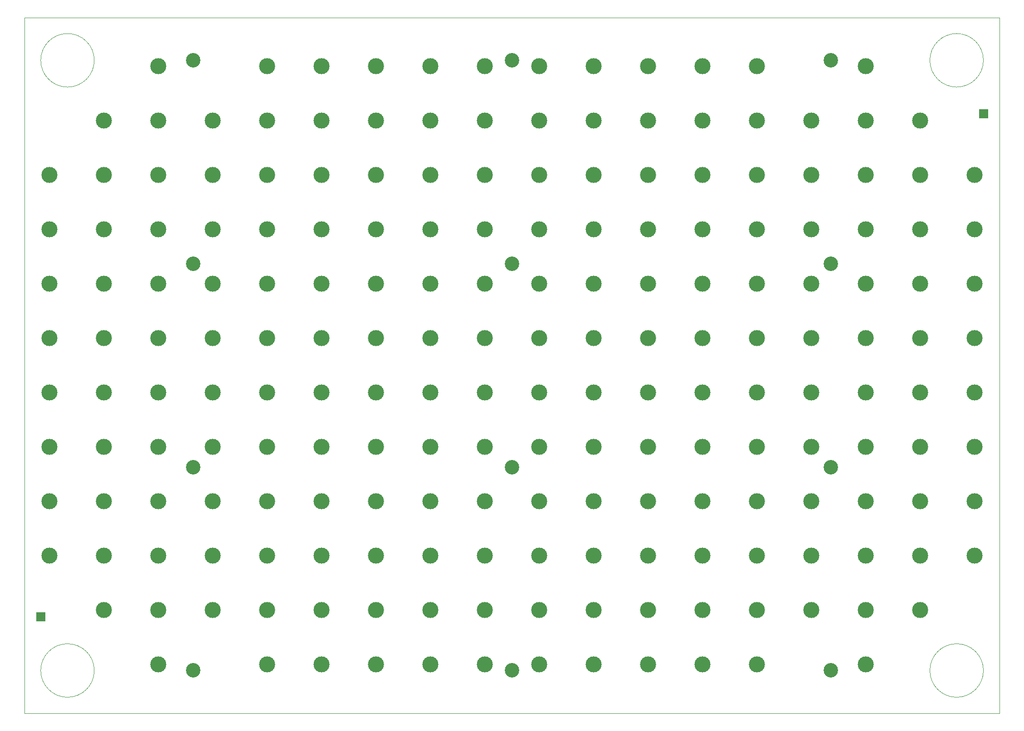
<source format=gbr>
%TF.GenerationSoftware,KiCad,Pcbnew,6.0.11-2627ca5db0~126~ubuntu20.04.1*%
%TF.CreationDate,2024-08-05T23:26:08-05:00*%
%TF.ProjectId,a00_hilbackplate,6130305f-6869-46c6-9261-636b706c6174,rev?*%
%TF.SameCoordinates,Original*%
%TF.FileFunction,Soldermask,Bot*%
%TF.FilePolarity,Negative*%
%FSLAX46Y46*%
G04 Gerber Fmt 4.6, Leading zero omitted, Abs format (unit mm)*
G04 Created by KiCad (PCBNEW 6.0.11-2627ca5db0~126~ubuntu20.04.1) date 2024-08-05 23:26:08*
%MOMM*%
%LPD*%
G01*
G04 APERTURE LIST*
%TA.AperFunction,Profile*%
%ADD10C,0.100000*%
%TD*%
%ADD11C,3.000000*%
%ADD12C,2.700000*%
%ADD13R,1.700000X1.700000*%
G04 APERTURE END LIST*
D10*
X20000000Y-20000000D02*
X20000000Y-150000000D01*
X199000000Y-28000000D02*
G75*
G03*
X199000000Y-28000000I-5000000J0D01*
G01*
X33000000Y-28000000D02*
G75*
G03*
X33000000Y-28000000I-5000000J0D01*
G01*
X202000000Y-20000000D02*
X202000000Y-150000000D01*
X199000000Y-142000000D02*
G75*
G03*
X199000000Y-142000000I-5000000J0D01*
G01*
X20000000Y-20000000D02*
X202000000Y-20000000D01*
X20000000Y-150000000D02*
X202000000Y-150000000D01*
X33000000Y-142000000D02*
G75*
G03*
X33000000Y-142000000I-5000000J0D01*
G01*
D11*
%TO.C,REF\u002A\u002A*%
X126240000Y-140880000D03*
%TD*%
%TO.C,REF\u002A\u002A*%
X85600000Y-130720000D03*
%TD*%
%TO.C,REF\u002A\u002A*%
X55120000Y-49440000D03*
%TD*%
%TO.C,REF\u002A\u002A*%
X105920000Y-39280000D03*
%TD*%
%TO.C,REF\u002A\u002A*%
X105920000Y-140880000D03*
%TD*%
%TO.C,REF\u002A\u002A*%
X85600000Y-140880000D03*
%TD*%
%TO.C,REF\u002A\u002A*%
X156720000Y-69760000D03*
%TD*%
%TO.C,REF\u002A\u002A*%
X85600000Y-120560000D03*
%TD*%
D12*
%TO.C,REF\u002A\u002A*%
X111000000Y-66000000D03*
%TD*%
D11*
%TO.C,REF\u002A\u002A*%
X177040000Y-49440000D03*
%TD*%
%TO.C,REF\u002A\u002A*%
X85600000Y-39280000D03*
%TD*%
%TO.C,REF\u002A\u002A*%
X44960000Y-39280000D03*
%TD*%
D12*
%TO.C,REF\u002A\u002A*%
X51500000Y-28000000D03*
%TD*%
D11*
%TO.C,REF\u002A\u002A*%
X24640000Y-90080000D03*
%TD*%
%TO.C,REF\u002A\u002A*%
X136400000Y-140880000D03*
%TD*%
%TO.C,REF\u002A\u002A*%
X24640000Y-69760000D03*
%TD*%
%TO.C,REF\u002A\u002A*%
X166880000Y-130720000D03*
%TD*%
%TO.C,REF\u002A\u002A*%
X65280000Y-90080000D03*
%TD*%
%TO.C,REF\u002A\u002A*%
X75440000Y-79920000D03*
%TD*%
%TO.C,REF\u002A\u002A*%
X34800000Y-49440000D03*
%TD*%
%TO.C,REF\u002A\u002A*%
X116080000Y-130720000D03*
%TD*%
%TO.C,REF\u002A\u002A*%
X177040000Y-59600000D03*
%TD*%
%TO.C,REF\u002A\u002A*%
X177040000Y-29120000D03*
%TD*%
%TO.C,REF\u002A\u002A*%
X126240000Y-100240000D03*
%TD*%
%TO.C,REF\u002A\u002A*%
X24640000Y-49440000D03*
%TD*%
%TO.C,REF\u002A\u002A*%
X55120000Y-90080000D03*
%TD*%
%TO.C,REF\u002A\u002A*%
X146560000Y-49440000D03*
%TD*%
%TO.C,REF\u002A\u002A*%
X75440000Y-39280000D03*
%TD*%
%TO.C,REF\u002A\u002A*%
X34800000Y-130720000D03*
%TD*%
%TO.C,REF\u002A\u002A*%
X95760000Y-140880000D03*
%TD*%
%TO.C,REF\u002A\u002A*%
X126240000Y-130720000D03*
%TD*%
%TO.C,REF\u002A\u002A*%
X105920000Y-49440000D03*
%TD*%
%TO.C,REF\u002A\u002A*%
X75440000Y-120560000D03*
%TD*%
%TO.C,REF\u002A\u002A*%
X177040000Y-79920000D03*
%TD*%
%TO.C,REF\u002A\u002A*%
X116080000Y-79920000D03*
%TD*%
%TO.C,REF\u002A\u002A*%
X105920000Y-90080000D03*
%TD*%
%TO.C,REF\u002A\u002A*%
X146560000Y-79920000D03*
%TD*%
%TO.C,REF\u002A\u002A*%
X136400000Y-49440000D03*
%TD*%
%TO.C,REF\u002A\u002A*%
X85600000Y-69760000D03*
%TD*%
%TO.C,REF\u002A\u002A*%
X136400000Y-59600000D03*
%TD*%
%TO.C,REF\u002A\u002A*%
X85600000Y-110400000D03*
%TD*%
%TO.C,REF\u002A\u002A*%
X146560000Y-100240000D03*
%TD*%
%TO.C,REF\u002A\u002A*%
X136400000Y-120560000D03*
%TD*%
%TO.C,REF\u002A\u002A*%
X44960000Y-130720000D03*
%TD*%
%TO.C,REF\u002A\u002A*%
X187200000Y-130720000D03*
%TD*%
%TO.C,REF\u002A\u002A*%
X55120000Y-79920000D03*
%TD*%
%TO.C,REF\u002A\u002A*%
X187200000Y-90080000D03*
%TD*%
%TO.C,REF\u002A\u002A*%
X136400000Y-130720000D03*
%TD*%
%TO.C,REF\u002A\u002A*%
X44960000Y-120560000D03*
%TD*%
%TO.C,REF\u002A\u002A*%
X136400000Y-100240000D03*
%TD*%
%TO.C,REF\u002A\u002A*%
X85600000Y-59600000D03*
%TD*%
D12*
%TO.C,REF\u002A\u002A*%
X170500000Y-28000000D03*
%TD*%
D11*
%TO.C,REF\u002A\u002A*%
X65280000Y-69760000D03*
%TD*%
%TO.C,REF\u002A\u002A*%
X126240000Y-69760000D03*
%TD*%
%TO.C,REF\u002A\u002A*%
X65280000Y-79920000D03*
%TD*%
%TO.C,REF\u002A\u002A*%
X24640000Y-100240000D03*
%TD*%
%TO.C,REF\u002A\u002A*%
X95760000Y-39280000D03*
%TD*%
%TO.C,REF\u002A\u002A*%
X75440000Y-59600000D03*
%TD*%
%TO.C,REF\u002A\u002A*%
X197360000Y-59600000D03*
%TD*%
%TO.C,REF\u002A\u002A*%
X187200000Y-69760000D03*
%TD*%
%TO.C,REF\u002A\u002A*%
X116080000Y-100240000D03*
%TD*%
%TO.C,REF\u002A\u002A*%
X166880000Y-120560000D03*
%TD*%
%TO.C,REF\u002A\u002A*%
X65280000Y-120560000D03*
%TD*%
%TO.C,REF\u002A\u002A*%
X126240000Y-59600000D03*
%TD*%
%TO.C,REF\u002A\u002A*%
X75440000Y-140880000D03*
%TD*%
%TO.C,REF\u002A\u002A*%
X85600000Y-49440000D03*
%TD*%
%TO.C,REF\u002A\u002A*%
X34800000Y-59600000D03*
%TD*%
%TO.C,REF\u002A\u002A*%
X136400000Y-79920000D03*
%TD*%
%TO.C,REF\u002A\u002A*%
X24640000Y-120560000D03*
%TD*%
D12*
%TO.C,REF\u002A\u002A*%
X51500000Y-66000000D03*
%TD*%
D11*
%TO.C,REF\u002A\u002A*%
X75440000Y-130720000D03*
%TD*%
%TO.C,REF\u002A\u002A*%
X105920000Y-79920000D03*
%TD*%
%TO.C,REF\u002A\u002A*%
X187200000Y-110400000D03*
%TD*%
%TO.C,REF\u002A\u002A*%
X65280000Y-29120000D03*
%TD*%
%TO.C,REF\u002A\u002A*%
X126240000Y-29120000D03*
%TD*%
%TO.C,REF\u002A\u002A*%
X177040000Y-90080000D03*
%TD*%
%TO.C,REF\u002A\u002A*%
X44960000Y-90080000D03*
%TD*%
%TO.C,REF\u002A\u002A*%
X95760000Y-69760000D03*
%TD*%
%TO.C,REF\u002A\u002A*%
X44960000Y-100240000D03*
%TD*%
%TO.C,REF\u002A\u002A*%
X24640000Y-59600000D03*
%TD*%
%TO.C,REF\u002A\u002A*%
X44960000Y-59600000D03*
%TD*%
%TO.C,REF\u002A\u002A*%
X156720000Y-29120000D03*
%TD*%
%TO.C,REF\u002A\u002A*%
X95760000Y-110400000D03*
%TD*%
%TO.C,REF\u002A\u002A*%
X146560000Y-90080000D03*
%TD*%
D13*
%TO.C,J1*%
X199000000Y-38000000D03*
%TD*%
D11*
%TO.C,REF\u002A\u002A*%
X34800000Y-110400000D03*
%TD*%
%TO.C,REF\u002A\u002A*%
X166880000Y-100240000D03*
%TD*%
%TO.C,REF\u002A\u002A*%
X34800000Y-120560000D03*
%TD*%
%TO.C,REF\u002A\u002A*%
X95760000Y-79920000D03*
%TD*%
%TO.C,REF\u002A\u002A*%
X136400000Y-69760000D03*
%TD*%
%TO.C,REF\u002A\u002A*%
X116080000Y-39280000D03*
%TD*%
%TO.C,REF\u002A\u002A*%
X146560000Y-140880000D03*
%TD*%
%TO.C,REF\u002A\u002A*%
X85600000Y-29120000D03*
%TD*%
%TO.C,REF\u002A\u002A*%
X44960000Y-49440000D03*
%TD*%
%TO.C,REF\u002A\u002A*%
X95760000Y-90080000D03*
%TD*%
%TO.C,REF\u002A\u002A*%
X166880000Y-79920000D03*
%TD*%
%TO.C,REF\u002A\u002A*%
X126240000Y-110400000D03*
%TD*%
%TO.C,REF\u002A\u002A*%
X156720000Y-90080000D03*
%TD*%
%TO.C,REF\u002A\u002A*%
X85600000Y-79920000D03*
%TD*%
%TO.C,REF\u002A\u002A*%
X55120000Y-69760000D03*
%TD*%
%TO.C,REF\u002A\u002A*%
X105920000Y-110400000D03*
%TD*%
D12*
%TO.C,REF\u002A\u002A*%
X170500000Y-142000000D03*
%TD*%
D11*
%TO.C,REF\u002A\u002A*%
X85600000Y-100240000D03*
%TD*%
%TO.C,REF\u002A\u002A*%
X166880000Y-110400000D03*
%TD*%
%TO.C,REF\u002A\u002A*%
X105920000Y-29120000D03*
%TD*%
%TO.C,REF\u002A\u002A*%
X65280000Y-59600000D03*
%TD*%
%TO.C,REF\u002A\u002A*%
X197360000Y-120560000D03*
%TD*%
%TO.C,REF\u002A\u002A*%
X85600000Y-90080000D03*
%TD*%
%TO.C,REF\u002A\u002A*%
X146560000Y-39280000D03*
%TD*%
%TO.C,REF\u002A\u002A*%
X146560000Y-69760000D03*
%TD*%
%TO.C,REF\u002A\u002A*%
X156720000Y-120560000D03*
%TD*%
%TO.C,REF\u002A\u002A*%
X116080000Y-120560000D03*
%TD*%
%TO.C,REF\u002A\u002A*%
X95760000Y-130720000D03*
%TD*%
%TO.C,REF\u002A\u002A*%
X105920000Y-120560000D03*
%TD*%
%TO.C,REF\u002A\u002A*%
X116080000Y-110400000D03*
%TD*%
D12*
%TO.C,REF\u002A\u002A*%
X170500000Y-104000000D03*
%TD*%
D11*
%TO.C,REF\u002A\u002A*%
X187200000Y-49440000D03*
%TD*%
%TO.C,REF\u002A\u002A*%
X95760000Y-49440000D03*
%TD*%
%TO.C,REF\u002A\u002A*%
X65280000Y-49440000D03*
%TD*%
%TO.C,REF\u002A\u002A*%
X116080000Y-69760000D03*
%TD*%
%TO.C,REF\u002A\u002A*%
X75440000Y-100240000D03*
%TD*%
D12*
%TO.C,REF\u002A\u002A*%
X111000000Y-142000000D03*
%TD*%
D11*
%TO.C,REF\u002A\u002A*%
X34800000Y-39280000D03*
%TD*%
%TO.C,REF\u002A\u002A*%
X55120000Y-120560000D03*
%TD*%
%TO.C,REF\u002A\u002A*%
X44960000Y-79920000D03*
%TD*%
%TO.C,REF\u002A\u002A*%
X197360000Y-79920000D03*
%TD*%
%TO.C,REF\u002A\u002A*%
X55120000Y-100240000D03*
%TD*%
%TO.C,REF\u002A\u002A*%
X136400000Y-90080000D03*
%TD*%
%TO.C,REF\u002A\u002A*%
X177040000Y-69760000D03*
%TD*%
%TO.C,REF\u002A\u002A*%
X75440000Y-49440000D03*
%TD*%
%TO.C,REF\u002A\u002A*%
X34800000Y-100240000D03*
%TD*%
%TO.C,REF\u002A\u002A*%
X34800000Y-79920000D03*
%TD*%
%TO.C,REF\u002A\u002A*%
X24640000Y-110400000D03*
%TD*%
%TO.C,REF\u002A\u002A*%
X166880000Y-90080000D03*
%TD*%
%TO.C,REF\u002A\u002A*%
X126240000Y-49440000D03*
%TD*%
%TO.C,REF\u002A\u002A*%
X197360000Y-90080000D03*
%TD*%
%TO.C,REF\u002A\u002A*%
X197360000Y-100240000D03*
%TD*%
D12*
%TO.C,REF\u002A\u002A*%
X51500000Y-104000000D03*
%TD*%
D11*
%TO.C,REF\u002A\u002A*%
X95760000Y-29120000D03*
%TD*%
%TO.C,REF\u002A\u002A*%
X24640000Y-79920000D03*
%TD*%
%TO.C,REF\u002A\u002A*%
X136400000Y-110400000D03*
%TD*%
%TO.C,REF\u002A\u002A*%
X146560000Y-29120000D03*
%TD*%
%TO.C,REF\u002A\u002A*%
X146560000Y-59600000D03*
%TD*%
%TO.C,REF\u002A\u002A*%
X126240000Y-120560000D03*
%TD*%
%TO.C,REF\u002A\u002A*%
X156720000Y-110400000D03*
%TD*%
%TO.C,REF\u002A\u002A*%
X116080000Y-29120000D03*
%TD*%
%TO.C,REF\u002A\u002A*%
X105920000Y-59600000D03*
%TD*%
D12*
%TO.C,REF\u002A\u002A*%
X111000000Y-104000000D03*
%TD*%
D11*
%TO.C,REF\u002A\u002A*%
X156720000Y-100240000D03*
%TD*%
D12*
%TO.C,REF\u002A\u002A*%
X111000000Y-28000000D03*
%TD*%
D11*
%TO.C,REF\u002A\u002A*%
X65280000Y-140880000D03*
%TD*%
%TO.C,REF\u002A\u002A*%
X95760000Y-59600000D03*
%TD*%
%TO.C,REF\u002A\u002A*%
X126240000Y-79920000D03*
%TD*%
%TO.C,REF\u002A\u002A*%
X34800000Y-69760000D03*
%TD*%
%TO.C,REF\u002A\u002A*%
X75440000Y-29120000D03*
%TD*%
%TO.C,REF\u002A\u002A*%
X166880000Y-59600000D03*
%TD*%
%TO.C,REF\u002A\u002A*%
X166880000Y-49440000D03*
%TD*%
%TO.C,REF\u002A\u002A*%
X105920000Y-69760000D03*
%TD*%
%TO.C,REF\u002A\u002A*%
X197360000Y-110400000D03*
%TD*%
%TO.C,REF\u002A\u002A*%
X34800000Y-90080000D03*
%TD*%
%TO.C,REF\u002A\u002A*%
X197360000Y-69760000D03*
%TD*%
%TO.C,REF\u002A\u002A*%
X116080000Y-90080000D03*
%TD*%
%TO.C,REF\u002A\u002A*%
X156720000Y-130720000D03*
%TD*%
%TO.C,REF\u002A\u002A*%
X187200000Y-100240000D03*
%TD*%
%TO.C,REF\u002A\u002A*%
X146560000Y-130720000D03*
%TD*%
%TO.C,REF\u002A\u002A*%
X177040000Y-130720000D03*
%TD*%
%TO.C,REF\u002A\u002A*%
X177040000Y-110400000D03*
%TD*%
%TO.C,REF\u002A\u002A*%
X177040000Y-120560000D03*
%TD*%
D12*
%TO.C,REF\u002A\u002A*%
X170500000Y-66000000D03*
%TD*%
D11*
%TO.C,REF\u002A\u002A*%
X116080000Y-140880000D03*
%TD*%
%TO.C,REF\u002A\u002A*%
X75440000Y-90080000D03*
%TD*%
%TO.C,REF\u002A\u002A*%
X75440000Y-69760000D03*
%TD*%
%TO.C,REF\u002A\u002A*%
X156720000Y-140880000D03*
%TD*%
%TO.C,REF\u002A\u002A*%
X146560000Y-120560000D03*
%TD*%
%TO.C,REF\u002A\u002A*%
X126240000Y-90080000D03*
%TD*%
%TO.C,REF\u002A\u002A*%
X105920000Y-130720000D03*
%TD*%
%TO.C,REF\u002A\u002A*%
X166880000Y-69760000D03*
%TD*%
%TO.C,REF\u002A\u002A*%
X187200000Y-120560000D03*
%TD*%
%TO.C,REF\u002A\u002A*%
X65280000Y-39280000D03*
%TD*%
%TO.C,REF\u002A\u002A*%
X187200000Y-39280000D03*
%TD*%
%TO.C,REF\u002A\u002A*%
X156720000Y-79920000D03*
%TD*%
%TO.C,REF\u002A\u002A*%
X156720000Y-59600000D03*
%TD*%
%TO.C,REF\u002A\u002A*%
X116080000Y-49440000D03*
%TD*%
D13*
%TO.C,J2*%
X23000000Y-132000000D03*
%TD*%
D11*
%TO.C,REF\u002A\u002A*%
X116080000Y-59600000D03*
%TD*%
%TO.C,REF\u002A\u002A*%
X177040000Y-140880000D03*
%TD*%
%TO.C,REF\u002A\u002A*%
X95760000Y-120560000D03*
%TD*%
%TO.C,REF\u002A\u002A*%
X126240000Y-39280000D03*
%TD*%
%TO.C,REF\u002A\u002A*%
X177040000Y-39280000D03*
%TD*%
%TO.C,REF\u002A\u002A*%
X187200000Y-79920000D03*
%TD*%
%TO.C,REF\u002A\u002A*%
X95760000Y-100240000D03*
%TD*%
D12*
%TO.C,REF\u002A\u002A*%
X51500000Y-142000000D03*
%TD*%
D11*
%TO.C,REF\u002A\u002A*%
X75440000Y-110400000D03*
%TD*%
%TO.C,REF\u002A\u002A*%
X105920000Y-100240000D03*
%TD*%
%TO.C,REF\u002A\u002A*%
X146560000Y-110400000D03*
%TD*%
%TO.C,REF\u002A\u002A*%
X55120000Y-59600000D03*
%TD*%
%TO.C,REF\u002A\u002A*%
X44960000Y-69760000D03*
%TD*%
%TO.C,REF\u002A\u002A*%
X55120000Y-39280000D03*
%TD*%
%TO.C,REF\u002A\u002A*%
X187200000Y-59600000D03*
%TD*%
%TO.C,REF\u002A\u002A*%
X136400000Y-29120000D03*
%TD*%
%TO.C,REF\u002A\u002A*%
X44960000Y-110400000D03*
%TD*%
%TO.C,REF\u002A\u002A*%
X65280000Y-110400000D03*
%TD*%
%TO.C,REF\u002A\u002A*%
X197360000Y-49440000D03*
%TD*%
%TO.C,REF\u002A\u002A*%
X156720000Y-39280000D03*
%TD*%
%TO.C,REF\u002A\u002A*%
X55120000Y-130720000D03*
%TD*%
%TO.C,REF\u002A\u002A*%
X177040000Y-100240000D03*
%TD*%
%TO.C,REF\u002A\u002A*%
X65280000Y-100240000D03*
%TD*%
%TO.C,REF\u002A\u002A*%
X156720000Y-49440000D03*
%TD*%
%TO.C,REF\u002A\u002A*%
X44960000Y-140880000D03*
%TD*%
%TO.C,REF\u002A\u002A*%
X136400000Y-39280000D03*
%TD*%
%TO.C,REF\u002A\u002A*%
X44960000Y-29120000D03*
%TD*%
%TO.C,REF\u002A\u002A*%
X166880000Y-39280000D03*
%TD*%
%TO.C,REF\u002A\u002A*%
X55120000Y-110400000D03*
%TD*%
%TO.C,REF\u002A\u002A*%
X65280000Y-130720000D03*
%TD*%
M02*

</source>
